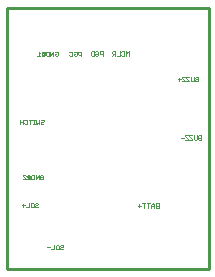
<source format=gbo>
G75*
G70*
%OFA0B0*%
%FSLAX24Y24*%
%IPPOS*%
%LPD*%
%AMOC8*
5,1,8,0,0,1.08239X$1,22.5*
%
%ADD10C,0.0100*%
%ADD11C,0.0010*%
D10*
X000150Y000150D02*
X000150Y008850D01*
X006892Y008850D01*
X006892Y000150D01*
X000150Y000150D01*
D11*
X001497Y000878D02*
X001597Y000878D01*
X001645Y000803D02*
X001745Y000803D01*
X001745Y000953D01*
X001792Y000928D02*
X001792Y000828D01*
X001817Y000803D01*
X001867Y000803D01*
X001892Y000828D01*
X001892Y000928D01*
X001867Y000953D01*
X001817Y000953D01*
X001792Y000928D01*
X001939Y000928D02*
X001964Y000953D01*
X002014Y000953D01*
X002039Y000928D01*
X002039Y000903D01*
X002014Y000878D01*
X001964Y000878D01*
X001939Y000853D01*
X001939Y000828D01*
X001964Y000803D01*
X002014Y000803D01*
X002039Y000828D01*
X001174Y002203D02*
X001124Y002203D01*
X001099Y002228D01*
X001099Y002253D01*
X001124Y002278D01*
X001174Y002278D01*
X001199Y002303D01*
X001199Y002328D01*
X001174Y002353D01*
X001124Y002353D01*
X001099Y002328D01*
X001052Y002328D02*
X001052Y002228D01*
X001027Y002203D01*
X000977Y002203D01*
X000952Y002228D01*
X000952Y002328D01*
X000977Y002353D01*
X001027Y002353D01*
X001052Y002328D01*
X000905Y002353D02*
X000905Y002203D01*
X000805Y002203D01*
X000757Y002278D02*
X000657Y002278D01*
X000707Y002328D02*
X000707Y002228D01*
X001174Y002203D02*
X001199Y002228D01*
X001222Y003133D02*
X001222Y003283D01*
X001122Y003133D01*
X001122Y003283D01*
X001075Y003283D02*
X001000Y003283D01*
X000975Y003258D01*
X000975Y003158D01*
X001000Y003133D01*
X001075Y003133D01*
X001075Y003283D01*
X000927Y003258D02*
X000927Y003158D01*
X000902Y003133D01*
X000852Y003133D01*
X000827Y003158D01*
X000852Y003183D02*
X000827Y003208D01*
X000827Y003258D01*
X000852Y003283D01*
X000902Y003283D01*
X000927Y003258D01*
X000902Y003233D02*
X000852Y003233D01*
X000852Y003183D01*
X000902Y003183D01*
X000902Y003233D01*
X000780Y003258D02*
X000755Y003283D01*
X000705Y003283D01*
X000680Y003258D01*
X000680Y003233D01*
X000780Y003133D01*
X000680Y003133D01*
X001269Y003158D02*
X001294Y003133D01*
X001344Y003133D01*
X001369Y003158D01*
X001369Y003258D01*
X001344Y003283D01*
X001294Y003283D01*
X001269Y003258D01*
X001269Y003208D02*
X001319Y003208D01*
X001269Y003208D02*
X001269Y003158D01*
X001304Y004973D02*
X001354Y004973D01*
X001379Y004998D01*
X001354Y005048D02*
X001304Y005048D01*
X001279Y005023D01*
X001279Y004998D01*
X001304Y004973D01*
X001232Y004973D02*
X001232Y005123D01*
X001279Y005098D02*
X001304Y005123D01*
X001354Y005123D01*
X001379Y005098D01*
X001379Y005073D01*
X001354Y005048D01*
X001232Y004973D02*
X001182Y005023D01*
X001132Y004973D01*
X001132Y005123D01*
X001085Y005123D02*
X001035Y005123D01*
X001060Y005123D02*
X001060Y004973D01*
X001085Y004973D02*
X001035Y004973D01*
X000936Y004973D02*
X000936Y005123D01*
X000986Y005123D02*
X000886Y005123D01*
X000839Y005098D02*
X000839Y004998D01*
X000814Y004973D01*
X000764Y004973D01*
X000739Y004998D01*
X000692Y004973D02*
X000692Y005123D01*
X000739Y005098D02*
X000764Y005123D01*
X000814Y005123D01*
X000839Y005098D01*
X000692Y005048D02*
X000592Y005048D01*
X000592Y005123D02*
X000592Y004973D01*
X001170Y007243D02*
X001270Y007243D01*
X001220Y007243D02*
X001220Y007393D01*
X001270Y007343D01*
X001317Y007318D02*
X001342Y007293D01*
X001342Y007343D01*
X001392Y007343D01*
X001392Y007293D01*
X001342Y007293D01*
X001317Y007268D02*
X001342Y007243D01*
X001392Y007243D01*
X001417Y007268D01*
X001417Y007368D01*
X001392Y007393D01*
X001342Y007393D01*
X001317Y007368D01*
X001317Y007318D01*
X001465Y007268D02*
X001465Y007368D01*
X001490Y007393D01*
X001565Y007393D01*
X001565Y007243D01*
X001490Y007243D01*
X001465Y007268D01*
X001612Y007243D02*
X001612Y007393D01*
X001712Y007393D02*
X001612Y007243D01*
X001712Y007243D02*
X001712Y007393D01*
X001759Y007368D02*
X001784Y007393D01*
X001834Y007393D01*
X001859Y007368D01*
X001859Y007268D01*
X001834Y007243D01*
X001784Y007243D01*
X001759Y007268D01*
X001759Y007318D01*
X001809Y007318D01*
X002245Y007268D02*
X002270Y007243D01*
X002320Y007243D01*
X002345Y007268D01*
X002345Y007368D01*
X002320Y007393D01*
X002270Y007393D01*
X002245Y007368D01*
X002392Y007368D02*
X002417Y007393D01*
X002467Y007393D01*
X002492Y007368D01*
X002492Y007268D01*
X002467Y007243D01*
X002417Y007243D01*
X002392Y007268D01*
X002392Y007318D01*
X002442Y007318D01*
X002539Y007318D02*
X002564Y007293D01*
X002639Y007293D01*
X002639Y007243D02*
X002639Y007393D01*
X002564Y007393D01*
X002539Y007368D01*
X002539Y007318D01*
X002955Y007278D02*
X002955Y007378D01*
X002980Y007403D01*
X003055Y007403D01*
X003055Y007253D01*
X002980Y007253D01*
X002955Y007278D01*
X003102Y007278D02*
X003102Y007328D01*
X003152Y007328D01*
X003202Y007278D02*
X003177Y007253D01*
X003127Y007253D01*
X003102Y007278D01*
X003202Y007278D02*
X003202Y007378D01*
X003177Y007403D01*
X003127Y007403D01*
X003102Y007378D01*
X003249Y007378D02*
X003249Y007328D01*
X003274Y007303D01*
X003349Y007303D01*
X003349Y007253D02*
X003349Y007403D01*
X003274Y007403D01*
X003249Y007378D01*
X003677Y007388D02*
X003677Y007338D01*
X003702Y007313D01*
X003777Y007313D01*
X003777Y007263D02*
X003777Y007413D01*
X003702Y007413D01*
X003677Y007388D01*
X003727Y007313D02*
X003677Y007263D01*
X003825Y007263D02*
X003925Y007263D01*
X003925Y007413D01*
X003972Y007388D02*
X003997Y007413D01*
X004047Y007413D01*
X004072Y007388D01*
X004072Y007288D01*
X004047Y007263D01*
X003997Y007263D01*
X003972Y007288D01*
X004119Y007263D02*
X004119Y007413D01*
X004169Y007363D01*
X004219Y007413D01*
X004219Y007263D01*
X005847Y006478D02*
X005947Y006478D01*
X005994Y006529D02*
X006094Y006428D01*
X006094Y006403D01*
X005994Y006403D01*
X005994Y006529D02*
X005994Y006554D01*
X006094Y006554D01*
X006141Y006554D02*
X006141Y006529D01*
X006241Y006428D01*
X006241Y006403D01*
X006141Y006403D01*
X006141Y006554D02*
X006241Y006554D01*
X006289Y006554D02*
X006289Y006428D01*
X006314Y006403D01*
X006364Y006403D01*
X006389Y006428D01*
X006389Y006554D01*
X006436Y006529D02*
X006436Y006504D01*
X006461Y006478D01*
X006536Y006478D01*
X006536Y006403D02*
X006461Y006403D01*
X006436Y006428D01*
X006436Y006453D01*
X006461Y006478D01*
X006436Y006529D02*
X006461Y006554D01*
X006536Y006554D01*
X006536Y006403D01*
X005897Y006428D02*
X005897Y006529D01*
X006094Y004604D02*
X006094Y004579D01*
X006194Y004478D01*
X006194Y004453D01*
X006094Y004453D01*
X006047Y004528D02*
X005947Y004528D01*
X006094Y004604D02*
X006194Y004604D01*
X006241Y004604D02*
X006241Y004579D01*
X006341Y004478D01*
X006341Y004453D01*
X006241Y004453D01*
X006389Y004478D02*
X006389Y004604D01*
X006341Y004604D02*
X006241Y004604D01*
X006389Y004478D02*
X006414Y004453D01*
X006464Y004453D01*
X006489Y004478D01*
X006489Y004604D01*
X006536Y004579D02*
X006536Y004554D01*
X006561Y004528D01*
X006636Y004528D01*
X006636Y004453D02*
X006561Y004453D01*
X006536Y004478D01*
X006536Y004503D01*
X006561Y004528D01*
X006536Y004579D02*
X006561Y004604D01*
X006636Y004604D01*
X006636Y004453D01*
X005214Y002339D02*
X005139Y002339D01*
X005114Y002313D01*
X005114Y002288D01*
X005139Y002263D01*
X005214Y002263D01*
X005214Y002188D02*
X005214Y002339D01*
X005214Y002188D02*
X005139Y002188D01*
X005114Y002213D01*
X005114Y002238D01*
X005139Y002263D01*
X005067Y002263D02*
X004967Y002263D01*
X004967Y002288D02*
X004967Y002188D01*
X004870Y002188D02*
X004870Y002339D01*
X004920Y002339D02*
X004820Y002339D01*
X004772Y002339D02*
X004672Y002339D01*
X004722Y002339D02*
X004722Y002188D01*
X004625Y002263D02*
X004525Y002263D01*
X004575Y002313D02*
X004575Y002213D01*
X004967Y002288D02*
X005017Y002339D01*
X005067Y002288D01*
X005067Y002188D01*
M02*

</source>
